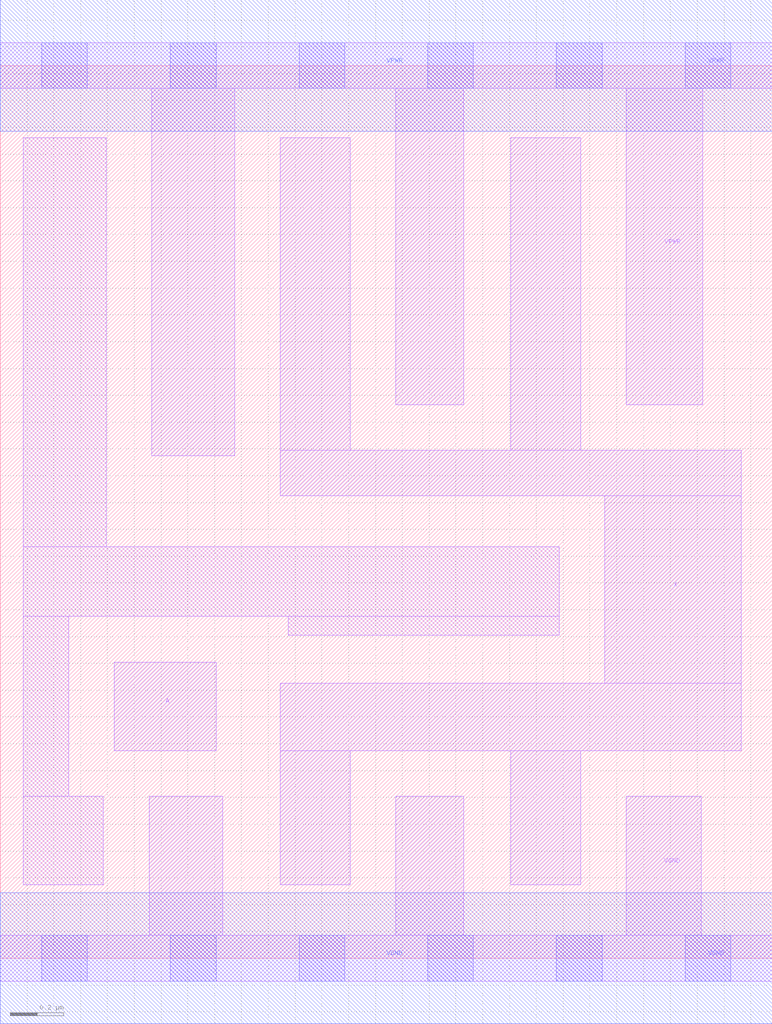
<source format=lef>
# Copyright 2020 The SkyWater PDK Authors
#
# Licensed under the Apache License, Version 2.0 (the "License");
# you may not use this file except in compliance with the License.
# You may obtain a copy of the License at
#
#     https://www.apache.org/licenses/LICENSE-2.0
#
# Unless required by applicable law or agreed to in writing, software
# distributed under the License is distributed on an "AS IS" BASIS,
# WITHOUT WARRANTIES OR CONDITIONS OF ANY KIND, either express or implied.
# See the License for the specific language governing permissions and
# limitations under the License.
#
# SPDX-License-Identifier: Apache-2.0

VERSION 5.7 ;
  NAMESCASESENSITIVE ON ;
  NOWIREEXTENSIONATPIN ON ;
  DIVIDERCHAR "/" ;
  BUSBITCHARS "[]" ;
UNITS
  DATABASE MICRONS 200 ;
END UNITS
MACRO sky130_fd_sc_lp__clkbuf_4
  CLASS CORE ;
  SOURCE USER ;
  FOREIGN sky130_fd_sc_lp__clkbuf_4 ;
  ORIGIN  0.000000  0.000000 ;
  SIZE  2.880000 BY  3.330000 ;
  SYMMETRY X Y R90 ;
  SITE unit ;
  PIN A
    ANTENNAGATEAREA  0.252000 ;
    DIRECTION INPUT ;
    USE SIGNAL ;
    PORT
      LAYER li1 ;
        RECT 0.425000 0.775000 0.805000 1.105000 ;
    END
  END A
  PIN X
    ANTENNADIFFAREA  0.940800 ;
    DIRECTION OUTPUT ;
    USE SIGNAL ;
    PORT
      LAYER li1 ;
        RECT 1.045000 0.275000 1.305000 0.775000 ;
        RECT 1.045000 0.775000 2.765000 1.025000 ;
        RECT 1.045000 1.725000 2.765000 1.895000 ;
        RECT 1.045000 1.895000 1.305000 3.060000 ;
        RECT 1.905000 0.275000 2.165000 0.775000 ;
        RECT 1.905000 1.895000 2.165000 3.060000 ;
        RECT 2.255000 1.025000 2.765000 1.725000 ;
    END
  END X
  PIN VGND
    DIRECTION INOUT ;
    USE GROUND ;
    PORT
      LAYER li1 ;
        RECT 0.000000 -0.085000 2.880000 0.085000 ;
        RECT 0.555000  0.085000 0.830000 0.605000 ;
        RECT 1.475000  0.085000 1.730000 0.605000 ;
        RECT 2.335000  0.085000 2.615000 0.605000 ;
      LAYER mcon ;
        RECT 0.155000 -0.085000 0.325000 0.085000 ;
        RECT 0.635000 -0.085000 0.805000 0.085000 ;
        RECT 1.115000 -0.085000 1.285000 0.085000 ;
        RECT 1.595000 -0.085000 1.765000 0.085000 ;
        RECT 2.075000 -0.085000 2.245000 0.085000 ;
        RECT 2.555000 -0.085000 2.725000 0.085000 ;
      LAYER met1 ;
        RECT 0.000000 -0.245000 2.880000 0.245000 ;
    END
  END VGND
  PIN VPWR
    DIRECTION INOUT ;
    USE POWER ;
    PORT
      LAYER li1 ;
        RECT 0.000000 3.245000 2.880000 3.415000 ;
        RECT 0.565000 1.875000 0.875000 3.245000 ;
        RECT 1.475000 2.065000 1.730000 3.245000 ;
        RECT 2.335000 2.065000 2.620000 3.245000 ;
      LAYER mcon ;
        RECT 0.155000 3.245000 0.325000 3.415000 ;
        RECT 0.635000 3.245000 0.805000 3.415000 ;
        RECT 1.115000 3.245000 1.285000 3.415000 ;
        RECT 1.595000 3.245000 1.765000 3.415000 ;
        RECT 2.075000 3.245000 2.245000 3.415000 ;
        RECT 2.555000 3.245000 2.725000 3.415000 ;
      LAYER met1 ;
        RECT 0.000000 3.085000 2.880000 3.575000 ;
    END
  END VPWR
  OBS
    LAYER li1 ;
      RECT 0.085000 0.275000 0.385000 0.605000 ;
      RECT 0.085000 0.605000 0.255000 1.275000 ;
      RECT 0.085000 1.275000 2.085000 1.535000 ;
      RECT 0.085000 1.535000 0.395000 3.060000 ;
      RECT 1.075000 1.205000 2.085000 1.275000 ;
  END
END sky130_fd_sc_lp__clkbuf_4

</source>
